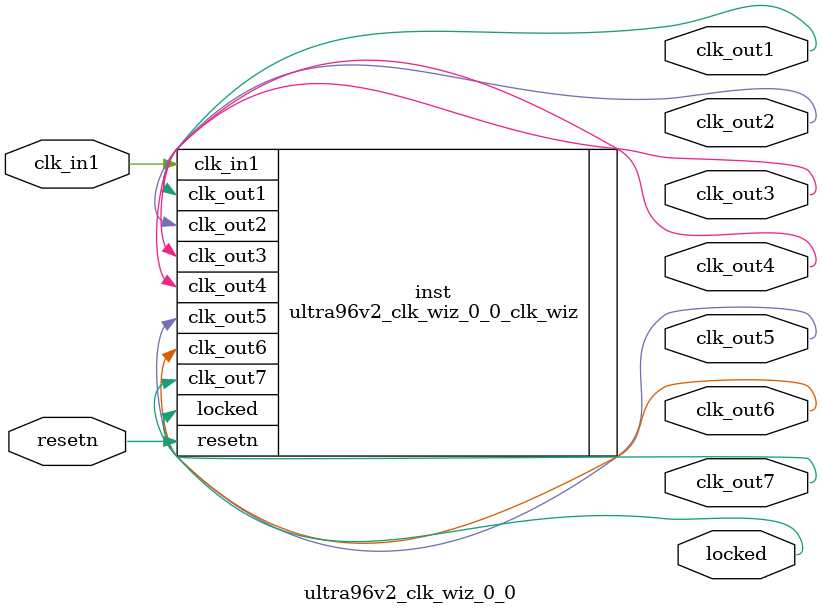
<source format=v>


`timescale 1ps/1ps

(* CORE_GENERATION_INFO = "ultra96v2_clk_wiz_0_0,clk_wiz_v6_0_1_0_0,{component_name=ultra96v2_clk_wiz_0_0,use_phase_alignment=false,use_min_o_jitter=false,use_max_i_jitter=false,use_dyn_phase_shift=false,use_inclk_switchover=false,use_dyn_reconfig=false,enable_axi=0,feedback_source=FDBK_AUTO,PRIMITIVE=MMCM,num_out_clk=7,clkin1_period=10.000,clkin2_period=10.000,use_power_down=false,use_reset=true,use_locked=true,use_inclk_stopped=false,feedback_type=SINGLE,CLOCK_MGR_TYPE=NA,manual_override=false}" *)

module ultra96v2_clk_wiz_0_0 
 (
  // Clock out ports
  output        clk_out1,
  output        clk_out2,
  output        clk_out3,
  output        clk_out4,
  output        clk_out5,
  output        clk_out6,
  output        clk_out7,
  // Status and control signals
  input         resetn,
  output        locked,
 // Clock in ports
  input         clk_in1
 );

  ultra96v2_clk_wiz_0_0_clk_wiz inst
  (
  // Clock out ports  
  .clk_out1(clk_out1),
  .clk_out2(clk_out2),
  .clk_out3(clk_out3),
  .clk_out4(clk_out4),
  .clk_out5(clk_out5),
  .clk_out6(clk_out6),
  .clk_out7(clk_out7),
  // Status and control signals               
  .resetn(resetn), 
  .locked(locked),
 // Clock in ports
  .clk_in1(clk_in1)
  );

endmodule

</source>
